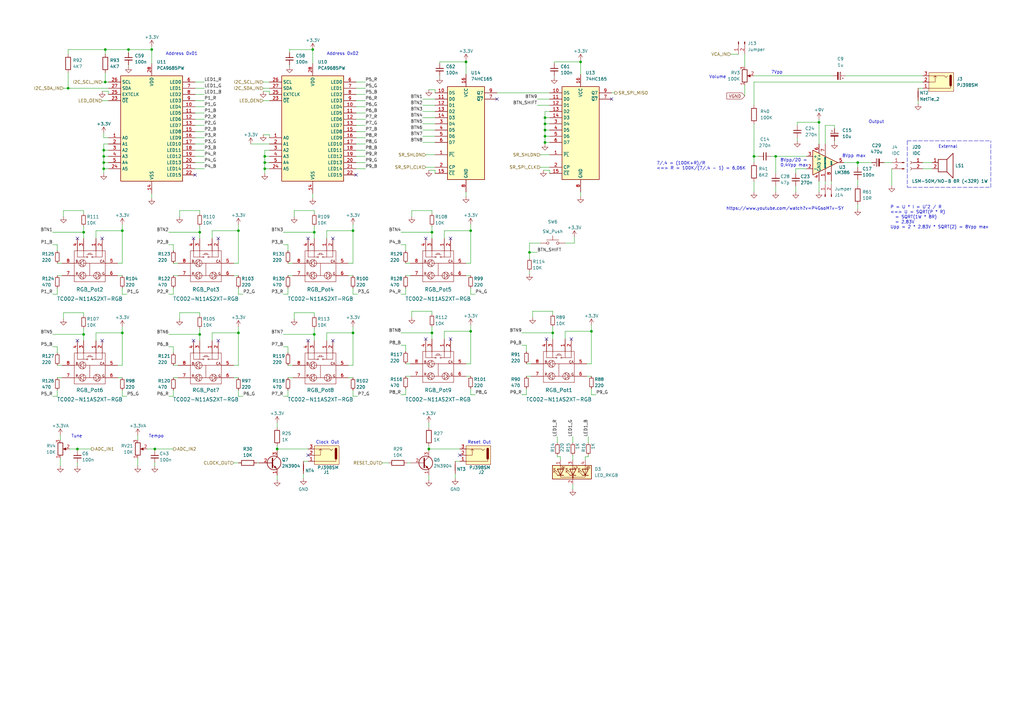
<source format=kicad_sch>
(kicad_sch (version 20211123) (generator eeschema)
  (paper "A3")
  (title_block (title "LivSynth - IO") (date "2022-07-18") (rev "${Version}") (company "SloBlo Labs"))
  (junction (at 144.78 94.615))
  (junction (at 108.585 66.675))
  (junction (at 42.545 64.135))
  (junction (at 62.23 20.32))
  (junction (at 52.705 20.32))
  (junction (at 34.29 95.25))
  (junction (at 42.545 66.675))
  (junction (at 97.79 94.615))
  (junction (at 175.895 184.15))
  (junction (at 42.545 69.215))
  (junction (at 128.27 20.32))
  (junction (at 128.905 137.16))
  (junction (at 223.52 58.42))
  (junction (at 242.57 135.89))
  (junction (at 351.79 66.675))
  (junction (at 97.79 136.525))
  (junction (at 238.125 25.4))
  (junction (at 335.915 50.165))
  (junction (at 81.915 137.16))
  (junction (at 27.94 36.195))
  (junction (at 177.165 136.525))
  (junction (at 226.695 136.525))
  (junction (at 31.75 184.15))
  (junction (at 108.585 64.135))
  (junction (at 193.04 94.615))
  (junction (at 223.52 50.8))
  (junction (at 81.915 95.25))
  (junction (at 318.135 64.135))
  (junction (at 43.18 33.655))
  (junction (at 113.665 184.15))
  (junction (at 191.135 25.4))
  (junction (at 144.78 136.525))
  (junction (at 50.165 136.525))
  (junction (at 177.165 95.25))
  (junction (at 42.545 61.595))
  (junction (at 50.165 94.615))
  (junction (at 128.905 95.25))
  (junction (at 43.18 20.32))
  (junction (at 193.04 135.89))
  (junction (at 63.5 184.15))
  (junction (at 217.17 103.505))
  (junction (at 309.245 64.135))
  (junction (at 223.52 48.26))
  (junction (at 34.29 137.16))
  (junction (at 108.585 69.215))
  (junction (at 223.52 53.34))
  (junction (at 223.52 55.88))
  (no_connect (at 234.315 139.065))
  (no_connect (at 224.155 139.065))
  (no_connect (at 79.375 97.79))
  (no_connect (at 203.835 40.64))
  (no_connect (at 80.01 71.755))
  (no_connect (at 31.75 97.79))
  (no_connect (at 41.91 97.79))
  (no_connect (at 126.365 139.7))
  (no_connect (at 188.595 186.69))
  (no_connect (at 89.535 97.79))
  (no_connect (at 184.785 97.79))
  (no_connect (at 250.825 40.64))
  (no_connect (at 31.75 139.7))
  (no_connect (at 136.525 139.7))
  (no_connect (at 184.785 139.065))
  (no_connect (at 41.91 139.7))
  (no_connect (at 146.05 71.755))
  (no_connect (at 126.365 186.69))
  (no_connect (at 126.365 97.79))
  (no_connect (at 136.525 97.79))
  (no_connect (at 79.375 139.7))
  (no_connect (at 89.535 139.7))
  (no_connect (at 174.625 97.79))
  (no_connect (at 174.625 139.065))
  (wire (pts (xy 173.355 55.88) (xy 178.435 55.88)))
  (wire (pts (xy 144.78 136.525) (xy 144.78 133.985)))
  (wire (pts (xy 309.245 64.135) (xy 311.15 64.135)))
  (wire (pts (xy 39.37 94.615) (xy 50.165 94.615)))
  (wire (pts (xy 34.29 128.27) (xy 34.29 129.54)))
  (wire (pts (xy 335.915 48.895) (xy 335.915 50.165)))
  (wire (pts (xy 221.615 63.5) (xy 225.425 63.5)))
  (wire (pts (xy 43.18 29.845) (xy 43.18 33.655)))
  (wire (pts (xy 240.665 149.225) (xy 242.57 149.225)))
  (wire (pts (xy 99.695 120.65) (xy 97.79 120.65)))
  (wire (pts (xy 175.895 194.945) (xy 175.895 196.85)))
  (wire (pts (xy 34.29 86.36) (xy 34.29 87.63)))
  (wire (pts (xy 203.835 38.1) (xy 225.425 38.1)))
  (wire (pts (xy 69.215 120.65) (xy 71.12 120.65)))
  (wire (pts (xy 69.215 100.33) (xy 71.12 100.33)))
  (wire (pts (xy 142.875 107.95) (xy 144.78 107.95)))
  (wire (pts (xy 80.01 51.435) (xy 83.82 51.435)))
  (wire (pts (xy 182.245 135.89) (xy 182.245 139.065)))
  (wire (pts (xy 242.57 161.925) (xy 242.57 159.385)))
  (wire (pts (xy 128.905 95.25) (xy 128.905 97.79)))
  (wire (pts (xy 42.545 69.215) (xy 44.45 69.215)))
  (wire (pts (xy 146.05 48.895) (xy 149.86 48.895)))
  (wire (pts (xy 220.345 43.18) (xy 225.425 43.18)))
  (wire (pts (xy 191.135 78.74) (xy 191.135 80.645)))
  (wire (pts (xy 305.435 22.225) (xy 305.435 27.305)))
  (wire (pts (xy 166.37 161.925) (xy 166.37 159.385)))
  (wire (pts (xy 193.04 94.615) (xy 193.04 107.95)))
  (wire (pts (xy 95.885 107.95) (xy 97.79 107.95)))
  (wire (pts (xy 21.59 95.25) (xy 34.29 95.25)))
  (wire (pts (xy 56.515 178.435) (xy 56.515 180.34)))
  (wire (pts (xy 318.135 64.135) (xy 318.135 71.12)))
  (wire (pts (xy 146.05 51.435) (xy 149.86 51.435)))
  (wire (pts (xy 191.135 154.305) (xy 193.04 154.305)))
  (wire (pts (xy 42.545 66.675) (xy 42.545 64.135)))
  (wire (pts (xy 241.3 187.325) (xy 241.3 186.69)))
  (wire (pts (xy 113.665 182.88) (xy 113.665 184.15)))
  (wire (pts (xy 250.825 38.1) (xy 252.095 38.1)))
  (wire (pts (xy 299.72 22.225) (xy 302.895 22.225)))
  (wire (pts (xy 81.915 95.25) (xy 81.915 97.79)))
  (wire (pts (xy 166.37 120.65) (xy 166.37 118.11)))
  (wire (pts (xy 217.17 103.505) (xy 220.345 103.505)))
  (wire (pts (xy 215.9 141.605) (xy 215.9 144.145)))
  (wire (pts (xy 327.025 51.435) (xy 327.025 50.165)))
  (wire (pts (xy 241.3 179.07) (xy 241.3 181.61)))
  (wire (pts (xy 142.875 113.03) (xy 144.78 113.03)))
  (wire (pts (xy 133.985 94.615) (xy 144.78 94.615)))
  (wire (pts (xy 175.895 184.15) (xy 175.895 184.785)))
  (wire (pts (xy 326.39 76.2) (xy 326.39 78.74)))
  (wire (pts (xy 378.46 69.215) (xy 382.27 69.215)))
  (wire (pts (xy 342.265 51.435) (xy 342.265 52.705)))
  (wire (pts (xy 52.705 26.67) (xy 52.705 27.305)))
  (wire (pts (xy 318.135 76.2) (xy 318.135 78.74)))
  (wire (pts (xy 164.465 120.65) (xy 166.37 120.65)))
  (wire (pts (xy 238.125 78.74) (xy 238.125 80.645)))
  (wire (pts (xy 217.17 111.125) (xy 217.17 112.395)))
  (wire (pts (xy 23.495 162.56) (xy 23.495 160.02)))
  (wire (pts (xy 194.945 161.925) (xy 193.04 161.925)))
  (wire (pts (xy 128.905 128.27) (xy 128.905 129.54)))
  (wire (pts (xy 31.75 184.15) (xy 31.75 184.785)))
  (wire (pts (xy 234.95 186.69) (xy 234.95 188.595)))
  (wire (pts (xy 193.04 120.65) (xy 193.04 118.11)))
  (wire (pts (xy 24.765 178.435) (xy 24.765 180.34)))
  (wire (pts (xy 26.035 36.195) (xy 27.94 36.195)))
  (wire (pts (xy 50.165 136.525) (xy 50.165 133.985)))
  (wire (pts (xy 69.215 95.25) (xy 81.915 95.25)))
  (wire (pts (xy 177.165 86.36) (xy 177.165 87.63)))
  (wire (pts (xy 95.885 154.94) (xy 97.79 154.94)))
  (wire (pts (xy 166.37 154.305) (xy 168.275 154.305)))
  (wire (pts (xy 113.665 184.15) (xy 113.665 184.785)))
  (wire (pts (xy 97.79 136.525) (xy 97.79 149.86)))
  (wire (pts (xy 102.87 59.055) (xy 110.49 59.055)))
  (wire (pts (xy 305.435 34.925) (xy 305.435 39.37)))
  (wire (pts (xy 80.01 66.675) (xy 83.82 66.675)))
  (wire (pts (xy 156.845 189.865) (xy 159.385 189.865)))
  (wire (pts (xy 116.205 95.25) (xy 128.905 95.25)))
  (wire (pts (xy 191.135 107.95) (xy 193.04 107.95)))
  (polyline (pts (xy 372.11 57.785) (xy 406.4 57.785)))
  (wire (pts (xy 226.695 136.525) (xy 226.695 139.065)))
  (wire (pts (xy 26.035 88.9) (xy 26.035 86.36)))
  (wire (pts (xy 335.915 50.165) (xy 335.915 59.055)))
  (wire (pts (xy 80.01 69.215) (xy 83.82 69.215)))
  (wire (pts (xy 73.66 128.27) (xy 81.915 128.27)))
  (wire (pts (xy 142.875 154.94) (xy 144.78 154.94)))
  (wire (pts (xy 164.465 95.25) (xy 177.165 95.25)))
  (wire (pts (xy 80.01 43.815) (xy 83.82 43.815)))
  (wire (pts (xy 223.52 50.8) (xy 223.52 48.26)))
  (wire (pts (xy 240.665 154.305) (xy 242.57 154.305)))
  (wire (pts (xy 80.01 59.055) (xy 83.82 59.055)))
  (wire (pts (xy 23.495 149.86) (xy 25.4 149.86)))
  (wire (pts (xy 39.37 136.525) (xy 39.37 139.7)))
  (wire (pts (xy 168.91 86.36) (xy 177.165 86.36)))
  (wire (pts (xy 128.27 79.375) (xy 128.27 81.28)))
  (wire (pts (xy 23.495 107.95) (xy 25.4 107.95)))
  (wire (pts (xy 177.165 127.635) (xy 177.165 128.905)))
  (wire (pts (xy 146.685 120.65) (xy 144.78 120.65)))
  (wire (pts (xy 128.905 134.62) (xy 128.905 137.16)))
  (wire (pts (xy 223.52 48.26) (xy 223.52 45.72)))
  (wire (pts (xy 42.545 64.135) (xy 44.45 64.135)))
  (wire (pts (xy 213.995 161.925) (xy 215.9 161.925)))
  (wire (pts (xy 327.025 50.165) (xy 335.915 50.165)))
  (wire (pts (xy 144.78 120.65) (xy 144.78 118.11)))
  (wire (pts (xy 174.625 63.5) (xy 178.435 63.5)))
  (wire (pts (xy 118.11 107.95) (xy 120.015 107.95)))
  (wire (pts (xy 120.65 88.9) (xy 120.65 86.36)))
  (wire (pts (xy 62.23 19.05) (xy 62.23 20.32)))
  (wire (pts (xy 351.79 66.675) (xy 357.505 66.675)))
  (wire (pts (xy 128.27 20.32) (xy 128.27 26.035)))
  (wire (pts (xy 113.665 173.355) (xy 113.665 175.26)))
  (wire (pts (xy 86.995 94.615) (xy 86.995 97.79)))
  (wire (pts (xy 166.37 100.33) (xy 166.37 102.87)))
  (wire (pts (xy 27.94 29.845) (xy 27.94 36.195)))
  (wire (pts (xy 173.355 45.72) (xy 178.435 45.72)))
  (wire (pts (xy 193.04 135.89) (xy 193.04 133.35)))
  (wire (pts (xy 124.46 189.23) (xy 126.365 189.23)))
  (wire (pts (xy 120.65 130.81) (xy 120.65 128.27)))
  (wire (pts (xy 34.29 95.25) (xy 34.29 97.79)))
  (wire (pts (xy 180.34 25.4) (xy 191.135 25.4)))
  (wire (pts (xy 63.5 189.865) (xy 63.5 191.135)))
  (wire (pts (xy 240.03 187.325) (xy 241.3 187.325)))
  (wire (pts (xy 60.325 184.15) (xy 63.5 184.15)))
  (wire (pts (xy 27.94 20.32) (xy 43.18 20.32)))
  (wire (pts (xy 108.585 61.595) (xy 110.49 61.595)))
  (wire (pts (xy 175.895 36.83) (xy 178.435 36.83)))
  (wire (pts (xy 191.135 149.225) (xy 193.04 149.225)))
  (wire (pts (xy 146.05 61.595) (xy 149.86 61.595)))
  (wire (pts (xy 107.95 41.275) (xy 110.49 41.275)))
  (wire (pts (xy 231.775 135.89) (xy 231.775 139.065)))
  (wire (pts (xy 97.79 94.615) (xy 97.79 107.95)))
  (wire (pts (xy 177.165 136.525) (xy 177.165 139.065)))
  (wire (pts (xy 223.52 53.34) (xy 225.425 53.34)))
  (wire (pts (xy 193.04 92.075) (xy 193.04 94.615)))
  (wire (pts (xy 23.495 113.03) (xy 25.4 113.03)))
  (wire (pts (xy 223.52 48.26) (xy 225.425 48.26)))
  (wire (pts (xy 86.995 94.615) (xy 97.79 94.615)))
  (wire (pts (xy 222.885 69.85) (xy 225.425 69.85)))
  (wire (pts (xy 146.05 56.515) (xy 149.86 56.515)))
  (wire (pts (xy 215.9 149.225) (xy 217.805 149.225)))
  (wire (pts (xy 167.005 189.865) (xy 168.275 189.865)))
  (wire (pts (xy 50.165 162.56) (xy 50.165 160.02)))
  (wire (pts (xy 168.91 88.9) (xy 168.91 86.36)))
  (wire (pts (xy 52.705 20.32) (xy 52.705 21.59)))
  (wire (pts (xy 81.915 92.71) (xy 81.915 95.25)))
  (wire (pts (xy 34.29 134.62) (xy 34.29 137.16)))
  (wire (pts (xy 231.775 135.89) (xy 242.57 135.89)))
  (wire (pts (xy 223.52 50.8) (xy 225.425 50.8)))
  (wire (pts (xy 144.78 162.56) (xy 144.78 160.02)))
  (wire (pts (xy 173.355 48.26) (xy 178.435 48.26)))
  (wire (pts (xy 73.66 86.36) (xy 81.915 86.36)))
  (wire (pts (xy 21.59 162.56) (xy 23.495 162.56)))
  (wire (pts (xy 229.87 187.325) (xy 228.6 187.325)))
  (wire (pts (xy 238.125 25.4) (xy 238.125 30.48)))
  (wire (pts (xy 142.875 149.86) (xy 144.78 149.86)))
  (wire (pts (xy 118.745 26.67) (xy 118.745 27.305)))
  (wire (pts (xy 86.995 136.525) (xy 97.79 136.525)))
  (wire (pts (xy 71.12 162.56) (xy 71.12 160.02)))
  (wire (pts (xy 234.95 198.755) (xy 234.95 200.66)))
  (wire (pts (xy 193.04 161.925) (xy 193.04 159.385)))
  (wire (pts (xy 213.995 141.605) (xy 215.9 141.605)))
  (wire (pts (xy 42.545 59.055) (xy 44.45 59.055)))
  (wire (pts (xy 44.45 37.465) (xy 44.45 38.735)))
  (wire (pts (xy 56.515 187.96) (xy 56.515 191.135)))
  (wire (pts (xy 223.52 58.42) (xy 223.52 55.88)))
  (wire (pts (xy 107.95 36.195) (xy 110.49 36.195)))
  (wire (pts (xy 21.59 100.33) (xy 23.495 100.33)))
  (wire (pts (xy 116.205 162.56) (xy 118.11 162.56)))
  (wire (pts (xy 50.165 136.525) (xy 50.165 149.86)))
  (wire (pts (xy 338.455 51.435) (xy 342.265 51.435)))
  (wire (pts (xy 173.355 40.64) (xy 178.435 40.64)))
  (wire (pts (xy 166.37 141.605) (xy 166.37 144.145)))
  (wire (pts (xy 309.245 33.655) (xy 378.46 33.655)))
  (wire (pts (xy 113.665 184.15) (xy 126.365 184.15)))
  (wire (pts (xy 62.23 20.32) (xy 62.23 26.035)))
  (wire (pts (xy 228.6 179.07) (xy 228.6 181.61)))
  (wire (pts (xy 178.435 69.85) (xy 178.435 71.12)))
  (wire (pts (xy 231.775 99.695) (xy 235.585 99.695)))
  (wire (pts (xy 110.49 55.245) (xy 110.49 56.515)))
  (wire (pts (xy 69.215 137.16) (xy 81.915 137.16)))
  (wire (pts (xy 318.135 64.135) (xy 330.835 64.135)))
  (wire (pts (xy 164.465 141.605) (xy 166.37 141.605)))
  (wire (pts (xy 118.745 20.32) (xy 128.27 20.32)))
  (wire (pts (xy 69.215 142.24) (xy 71.12 142.24)))
  (wire (pts (xy 335.915 74.295) (xy 335.915 78.74)))
  (wire (pts (xy 50.165 107.95) (xy 50.165 94.615)))
  (wire (pts (xy 23.495 154.94) (xy 25.4 154.94)))
  (wire (pts (xy 146.05 59.055) (xy 149.86 59.055)))
  (wire (pts (xy 326.39 69.215) (xy 330.835 69.215)))
  (wire (pts (xy 97.79 136.525) (xy 97.79 133.985)))
  (wire (pts (xy 43.18 20.32) (xy 43.18 22.225)))
  (wire (pts (xy 217.17 99.695) (xy 217.17 103.505)))
  (wire (pts (xy 80.01 64.135) (xy 83.82 64.135)))
  (wire (pts (xy 118.11 100.33) (xy 118.11 102.87)))
  (wire (pts (xy 80.01 41.275) (xy 83.82 41.275)))
  (wire (pts (xy 108.585 64.135) (xy 110.49 64.135)))
  (wire (pts (xy 340.995 74.295) (xy 340.995 75.565)))
  (wire (pts (xy 146.05 43.815) (xy 149.86 43.815)))
  (wire (pts (xy 186.69 194.31) (xy 186.69 196.215)))
  (wire (pts (xy 164.465 161.925) (xy 166.37 161.925)))
  (wire (pts (xy 80.01 38.735) (xy 83.82 38.735)))
  (wire (pts (xy 229.87 188.595) (xy 229.87 187.325)))
  (wire (pts (xy 23.495 120.65) (xy 23.495 118.11)))
  (wire (pts (xy 80.01 61.595) (xy 83.82 61.595)))
  (wire (pts (xy 133.985 94.615) (xy 133.985 97.79)))
  (wire (pts (xy 42.545 66.675) (xy 44.45 66.675)))
  (wire (pts (xy 173.355 50.8) (xy 178.435 50.8)))
  (wire (pts (xy 105.41 189.865) (xy 106.045 189.865)))
  (wire (pts (xy 69.215 162.56) (xy 71.12 162.56)))
  (wire (pts (xy 166.37 113.03) (xy 168.275 113.03)))
  (wire (pts (xy 42.545 64.135) (xy 42.545 61.595)))
  (wire (pts (xy 63.5 184.15) (xy 63.5 184.785)))
  (wire (pts (xy 146.05 69.215) (xy 149.86 69.215)))
  (wire (pts (xy 116.205 142.24) (xy 118.11 142.24)))
  (wire (pts (xy 108.585 64.135) (xy 108.585 61.595)))
  (wire (pts (xy 41.91 33.655) (xy 43.18 33.655)))
  (wire (pts (xy 116.205 100.33) (xy 118.11 100.33)))
  (wire (pts (xy 42.545 61.595) (xy 44.45 61.595)))
  (wire (pts (xy 118.745 20.32) (xy 118.745 21.59)))
  (wire (pts (xy 133.985 136.525) (xy 133.985 139.7)))
  (wire (pts (xy 234.95 179.07) (xy 234.95 181.61)))
  (wire (pts (xy 223.52 55.88) (xy 225.425 55.88)))
  (wire (pts (xy 164.465 100.33) (xy 166.37 100.33)))
  (wire (pts (xy 62.23 79.375) (xy 62.23 81.28)))
  (wire (pts (xy 217.17 106.045) (xy 217.17 103.505)))
  (wire (pts (xy 120.65 86.36) (xy 128.905 86.36)))
  (wire (pts (xy 43.18 33.655) (xy 44.45 33.655)))
  (wire (pts (xy 182.245 135.89) (xy 193.04 135.89)))
  (wire (pts (xy 175.895 173.355) (xy 175.895 175.26)))
  (polyline (pts (xy 372.11 76.835) (xy 406.4 76.835)))
  (wire (pts (xy 128.905 86.36) (xy 128.905 87.63)))
  (wire (pts (xy 26.035 128.27) (xy 34.29 128.27)))
  (wire (pts (xy 180.34 31.115) (xy 180.34 31.75)))
  (wire (pts (xy 23.495 142.24) (xy 23.495 144.78)))
  (wire (pts (xy 226.695 127.635) (xy 226.695 128.905)))
  (wire (pts (xy 50.165 94.615) (xy 50.165 92.075)))
  (wire (pts (xy 118.11 142.24) (xy 118.11 144.78)))
  (wire (pts (xy 52.07 162.56) (xy 50.165 162.56)))
  (wire (pts (xy 128.905 92.71) (xy 128.905 95.25)))
  (wire (pts (xy 28.575 184.15) (xy 31.75 184.15)))
  (wire (pts (xy 116.205 137.16) (xy 128.905 137.16)))
  (wire (pts (xy 108.585 66.675) (xy 108.585 64.135)))
  (wire (pts (xy 191.135 25.4) (xy 191.135 30.48)))
  (wire (pts (xy 309.245 50.8) (xy 309.245 64.135)))
  (wire (pts (xy 223.52 55.88) (xy 223.52 53.34)))
  (wire (pts (xy 97.79 120.65) (xy 97.79 118.11)))
  (wire (pts (xy 175.895 182.88) (xy 175.895 184.15)))
  (wire (pts (xy 97.79 162.56) (xy 97.79 160.02)))
  (wire (pts (xy 178.435 36.83) (xy 178.435 38.1)))
  (wire (pts (xy 175.895 69.85) (xy 178.435 69.85)))
  (wire (pts (xy 173.355 43.18) (xy 178.435 43.18)))
  (wire (pts (xy 217.17 99.695) (xy 221.615 99.695)))
  (wire (pts (xy 365.76 76.2) (xy 365.76 69.215)))
  (wire (pts (xy 326.39 71.12) (xy 326.39 69.215)))
  (wire (pts (xy 144.78 136.525) (xy 144.78 149.86)))
  (wire (pts (xy 218.44 130.175) (xy 218.44 127.635)))
  (wire (pts (xy 26.035 86.36) (xy 34.29 86.36)))
  (wire (pts (xy 95.885 113.03) (xy 97.79 113.03)))
  (wire (pts (xy 80.01 48.895) (xy 83.82 48.895)))
  (wire (pts (xy 71.12 100.33) (xy 71.12 102.87)))
  (wire (pts (xy 108.585 66.675) (xy 110.49 66.675)))
  (wire (pts (xy 174.625 68.58) (xy 178.435 68.58)))
  (wire (pts (xy 71.12 113.03) (xy 73.025 113.03)))
  (wire (pts (xy 71.12 149.86) (xy 73.025 149.86)))
  (wire (pts (xy 108.585 71.12) (xy 108.585 69.215)))
  (wire (pts (xy 223.52 53.34) (xy 223.52 50.8)))
  (wire (pts (xy 227.33 26.035) (xy 227.33 25.4)))
  (wire (pts (xy 309.245 33.655) (xy 309.245 43.18)))
  (wire (pts (xy 80.01 46.355) (xy 83.82 46.355)))
  (wire (pts (xy 191.135 24.765) (xy 191.135 25.4)))
  (wire (pts (xy 80.01 36.195) (xy 83.82 36.195)))
  (wire (pts (xy 27.94 22.225) (xy 27.94 20.32)))
  (wire (pts (xy 164.465 136.525) (xy 177.165 136.525)))
  (wire (pts (xy 80.01 56.515) (xy 83.82 56.515)))
  (wire (pts (xy 327.025 56.515) (xy 327.025 57.785)))
  (wire (pts (xy 182.245 94.615) (xy 193.04 94.615)))
  (wire (pts (xy 220.345 40.64) (xy 225.425 40.64)))
  (wire (pts (xy 21.59 137.16) (xy 34.29 137.16)))
  (wire (pts (xy 215.9 154.305) (xy 217.805 154.305)))
  (wire (pts (xy 235.585 97.155) (xy 235.585 99.695)))
  (wire (pts (xy 215.9 161.925) (xy 215.9 159.385)))
  (wire (pts (xy 43.18 20.32) (xy 52.705 20.32)))
  (wire (pts (xy 309.245 64.135) (xy 309.245 66.675)))
  (wire (pts (xy 146.05 33.655) (xy 149.86 33.655)))
  (wire (pts (xy 146.05 36.195) (xy 149.86 36.195)))
  (wire (pts (xy 338.455 74.295) (xy 338.455 75.565)))
  (wire (pts (xy 309.245 74.295) (xy 309.245 78.74)))
  (wire (pts (xy 168.91 130.175) (xy 168.91 127.635)))
  (wire (pts (xy 228.6 187.325) (xy 228.6 186.69)))
  (wire (pts (xy 42.545 71.12) (xy 42.545 69.215)))
  (wire (pts (xy 144.78 94.615) (xy 144.78 92.075)))
  (wire (pts (xy 27.94 36.195) (xy 44.45 36.195)))
  (wire (pts (xy 97.79 94.615) (xy 97.79 92.075)))
  (wire (pts (xy 180.34 26.035) (xy 180.34 25.4)))
  (wire (pts (xy 146.05 41.275) (xy 149.86 41.275)))
  (wire (pts (xy 177.165 95.25) (xy 177.165 97.79)))
  (wire (pts (xy 118.11 120.65) (xy 118.11 118.11)))
  (wire (pts (xy 39.37 94.615) (xy 39.37 97.79)))
  (wire (pts (xy 23.495 100.33) (xy 23.495 102.87)))
  (wire (pts (xy 116.205 120.65) (xy 118.11 120.65)))
  (wire (pts (xy 242.57 135.89) (xy 242.57 149.225)))
  (wire (pts (xy 194.945 120.65) (xy 193.04 120.65)))
  (wire (pts (xy 351.79 83.82) (xy 351.79 85.725)))
  (wire (pts (xy 21.59 120.65) (xy 23.495 120.65)))
  (wire (pts (xy 63.5 184.15) (xy 71.12 184.15)))
  (wire (pts (xy 124.46 194.31) (xy 124.46 196.215)))
  (wire (pts (xy 173.355 53.34) (xy 178.435 53.34)))
  (wire (pts (xy 362.585 66.675) (xy 365.76 66.675)))
  (wire (pts (xy 342.265 57.785) (xy 342.265 58.42)))
  (wire (pts (xy 108.585 69.215) (xy 108.585 66.675)))
  (wire (pts (xy 107.95 37.465) (xy 110.49 37.465)))
  (wire (pts (xy 193.04 135.89) (xy 193.04 149.225)))
  (wire (pts (xy 80.01 33.655) (xy 83.82 33.655)))
  (wire (pts (xy 110.49 37.465) (xy 110.49 38.735)))
  (wire (pts (xy 26.035 130.81) (xy 26.035 128.27)))
  (wire (pts (xy 146.685 162.56) (xy 144.78 162.56)))
  (wire (pts (xy 351.79 73.66) (xy 351.79 76.2)))
  (wire (pts (xy 221.615 68.58) (xy 225.425 68.58)))
  (wire (pts (xy 351.79 66.675) (xy 351.79 68.58)))
  (wire (pts (xy 42.545 61.595) (xy 42.545 59.055)))
  (wire (pts (xy 346.71 31.115) (xy 378.46 31.115)))
  (wire (pts (xy 31.75 189.865) (xy 31.75 191.135)))
  (wire (pts (xy 73.66 88.9) (xy 73.66 86.36)))
  (wire (pts (xy 346.075 66.675) (xy 351.79 66.675)))
  (wire (pts (xy 71.12 142.24) (xy 71.12 144.78)))
  (wire (pts (xy 191.135 113.03) (xy 193.04 113.03)))
  (wire (pts (xy 118.11 154.94) (xy 120.015 154.94)))
  (wire (pts (xy 168.91 127.635) (xy 177.165 127.635)))
  (polyline (pts (xy 406.4 76.835) (xy 406.4 57.785)))
  (wire (pts (xy 133.985 136.525) (xy 144.78 136.525)))
  (wire (pts (xy 34.29 92.71) (xy 34.29 95.25)))
  (wire (pts (xy 316.23 64.135) (xy 318.135 64.135)))
  (wire (pts (xy 99.695 162.56) (xy 97.79 162.56)))
  (wire (pts (xy 41.91 41.275) (xy 44.45 41.275)))
  (wire (pts (xy 31.75 184.15) (xy 37.465 184.15)))
  (polyline (pts (xy 372.11 57.785) (xy 372.11 76.835)))
  (wire (pts (xy 146.05 46.355) (xy 149.86 46.355)))
  (wire (pts (xy 52.07 120.65) (xy 50.165 120.65)))
  (wire (pts (xy 107.95 55.245) (xy 110.49 55.245)))
  (wire (pts (xy 182.245 94.615) (xy 182.245 97.79)))
  (wire (pts (xy 177.165 92.71) (xy 177.165 95.25)))
  (wire (pts (xy 227.33 25.4) (xy 238.125 25.4)))
  (wire (pts (xy 50.165 120.65) (xy 50.165 118.11)))
  (wire (pts (xy 108.585 69.215) (xy 110.49 69.215)))
  (wire (pts (xy 223.52 59.055) (xy 223.52 58.42)))
  (wire (pts (xy 146.05 53.975) (xy 149.86 53.975)))
  (wire (pts (xy 48.26 149.86) (xy 50.165 149.86)))
  (wire (pts (xy 376.555 36.195) (xy 378.46 36.195)))
  (wire (pts (xy 48.26 113.03) (xy 50.165 113.03)))
  (wire (pts (xy 113.665 194.945) (xy 113.665 196.85)))
  (wire (pts (xy 86.995 136.525) (xy 86.995 139.7)))
  (wire (pts (xy 95.885 189.865) (xy 97.79 189.865)))
  (wire (pts (xy 166.37 107.95) (xy 168.275 107.95)))
  (wire (pts (xy 71.12 154.94) (xy 73.025 154.94)))
  (wire (pts (xy 48.26 154.94) (xy 50.165 154.94)))
  (wire (pts (xy 225.425 69.85) (xy 225.425 71.12)))
  (wire (pts (xy 226.695 133.985) (xy 226.695 136.525)))
  (wire (pts (xy 146.05 66.675) (xy 149.86 66.675)))
  (wire (pts (xy 309.245 31.115) (xy 341.63 31.115)))
  (wire (pts (xy 34.29 137.16) (xy 34.29 139.7)))
  (wire (pts (xy 48.26 107.95) (xy 50.165 107.95)))
  (wire (pts (xy 175.895 184.15) (xy 188.595 184.15)))
  (wire (pts (xy 42.545 69.215) (xy 42.545 66.675)))
  (wire (pts (xy 81.915 137.16) (xy 81.915 139.7)))
  (wire (pts (xy 173.355 58.42) (xy 178.435 58.42)))
  (wire (pts (xy 186.69 189.23) (xy 188.595 189.23)))
  (wire (pts (xy 242.57 135.89) (xy 242.57 133.35)))
  (wire (pts (xy 223.52 45.72) (xy 225.425 45.72)))
  (wire (pts (xy 41.91 37.465) (xy 44.45 37.465)))
  (wire (pts (xy 80.01 53.975) (xy 83.82 53.975)))
  (wire (pts (xy 95.885 149.86) (xy 97.79 149.86)))
  (wire (pts (xy 146.05 64.135) (xy 149.86 64.135)))
  (wire (pts (xy 213.995 136.525) (xy 226.695 136.525)))
  (wire (pts (xy 378.46 66.675) (xy 382.27 66.675)))
  (wire (pts (xy 244.475 161.925) (xy 242.57 161.925)))
  (wire (pts (xy 120.65 128.27) (xy 128.905 128.27)))
  (wire (pts (xy 240.03 188.595) (xy 240.03 187.325)))
  (wire (pts (xy 24.765 187.96) (xy 24.765 191.135)))
  (wire (pts (xy 118.11 162.56) (xy 118.11 160.02)))
  (wire (pts (xy 71.12 120.65) (xy 71.12 118.11)))
  (wire (pts (xy 223.52 58.42) (xy 225.425 58.42)))
  (wire (pts (xy 81.915 134.62) (xy 81.915 137.16)))
  (wire (pts (xy 107.95 33.655) (xy 110.49 33.655)))
  (wire (pts (xy 81.915 86.36) (xy 81.915 87.63)))
  (wire (pts (xy 227.33 31.115) (xy 227.33 31.75)))
  (wire (pts (xy 118.11 149.86) (xy 120.015 149.86)))
  (wire (pts (xy 81.915 128.27) (xy 81.915 129.54)))
  (wire (pts (xy 73.66 130.81) (xy 73.66 128.27)))
  (wire (pts (xy 39.37 136.525) (xy 50.165 136.525)))
  (wire (pts (xy 71.12 107.95) (xy 73.025 107.95)))
  (wire (pts (xy 42.545 56.515) (xy 42.545 54.61)))
  (wire (pts (xy 376.555 41.275) (xy 376.555 42.545)))
  (wire (pts (xy 166.37 149.225) (xy 168.275 149.225)))
  (wire (pts (xy 338.455 59.055) (xy 338.455 51.435)))
  (wire (pts (xy 238.125 24.765) (xy 238.125 25.4)))
  (wire (pts (xy 52.705 20.32) (xy 62.23 20.32)))
  (wire (pts (xy 21.59 142.24) (xy 23.495 142.24)))
  (wire (pts (xy 218.44 127.635) (xy 226.695 127.635)))
  (wire (pts (xy 128.905 137.16) (xy 128.905 139.7)))
  (wire (pts (xy 44.45 56.515) (xy 42.545 56.515)))
  (wire (pts (xy 144.78 94.615) (xy 144.78 107.95)))
  (wire (pts (xy 177.165 133.985) (xy 177.165 136.525)))
  (wire (pts (xy 118.11 113.03) (xy 120.015 113.03)))
  (wire (pts (xy 146.05 38.735) (xy 149.86 38.735)))
  (text "Address 0x01" (at 67.945 22.86 0) (effects (font (size 1.27 1.27)) (justify left bottom)))
  (text "Clock Out" (at 129.54 182.245 0) (effects (font (size 1.27 1.27)) (justify left bottom)))
  (text "8Vpp/20 =\n0,4Vpp max" (at 320.04 68.58 0) (effects (font (size 1.27 1.27)) (justify left bottom)))
  (text "https://www.youtube.com/watch?v=P4GsoMTv-SY" (at 297.815 86.36 0) (effects (font (size 1.27 1.27)) (justify left bottom)))
  (text "Tempo" (at 60.96 179.705 0) (effects (font (size 1.27 1.27)) (justify left bottom)))
  (text "Tune" (at 29.21 179.705 0) (effects (font (size 1.27 1.27)) (justify left bottom)))
  (text "Output" (at 356.235 50.8 0) (effects (font (size 1.27 1.27)) (justify left bottom)))
  (text "7/,4 = (100K+R)/R\n<=> R = 100K/(7/,4 - 1) = 6,06K" (at 269.24 69.85 0) (effects (font (size 1.27 1.27)) (justify left bottom)))
  (text "Address 0x02" (at 133.985 22.86 0) (effects (font (size 1.27 1.27)) (justify left bottom)))
  (text "Volume" (at 290.83 32.385 0) (effects (font (size 1.27 1.27)) (justify left bottom)))
  (text "Reset Out" (at 191.77 182.245 0) (effects (font (size 1.27 1.27)) (justify left bottom)))
  (text "External" (at 384.81 60.96 0) (effects (font (size 1.27 1.27)) (justify left bottom)))
  (text "8Vpp max" (at 345.44 64.77 0) (effects (font (size 1.27 1.27)) (justify left bottom)))
  (text "P = U * I = U^2 / R\n<=> U = SQRT(P * R)\n  = SQRT(1W * 8R)\n  = 2,83V\nUpp = 2 * 2,83V * SQRT(2) = 8Vpp max" (at 365.125 93.98 0) (effects (font (size 1.27 1.27)) (justify left bottom)))
  (text "7Vpp" (at 316.23 30.48 0) (effects (font (size 1.27 1.27)) (justify left bottom)))
  (label "P2_R" (at 69.215 120.65 180))
  (label "P5_G" (at 149.86 36.195 0))
  (label "P3_G" (at 146.685 120.65 0))
  (label "P2_B" (at 69.215 100.33 180))
  (label "BTN4" (at 164.465 95.25 180))
  (label "LED1_B" (at 83.82 38.735 0))
  (label "P5_G" (at 52.07 162.56 0))
  (label "P2_B" (at 83.82 53.975 0))
  (label "P7_G" (at 146.685 162.56 0))
  (label "LED1_R" (at 228.6 179.07 90))
  (label "BTN1" (at 173.355 40.64 180))
  (label "P4_G" (at 194.945 120.65 0))
  (label "P6_B" (at 69.215 142.24 180))
  (label "P1_R" (at 21.59 120.65 180))
  (label "P6_G" (at 149.86 43.815 0))
  (label "P1_G" (at 52.07 120.65 0))
  (label "P4_B" (at 164.465 100.33 180))
  (label "BTN3" (at 116.205 95.25 180))
  (label "P6_R" (at 69.215 162.56 180))
  (label "P8_R" (at 164.465 161.925 180))
  (label "BTN4" (at 173.355 48.26 180))
  (label "P5_R" (at 149.86 33.655 0))
  (label "LED1_G" (at 83.82 36.195 0))
  (label "BTN5" (at 21.59 137.16 180))
  (label "P7_G" (at 149.86 51.435 0))
  (label "P8_R" (at 149.86 56.515 0))
  (label "P7_R" (at 149.86 48.895 0))
  (label "P3_G" (at 83.82 59.055 0))
  (label "BTN7" (at 116.205 137.16 180))
  (label "P7_B" (at 116.205 142.24 180))
  (label "BTN6" (at 69.215 137.16 180))
  (label "BTN2" (at 173.355 43.18 180))
  (label "P1_B" (at 83.82 46.355 0))
  (label "BTN_SHIFT" (at 220.345 103.505 0))
  (label "P5_R" (at 21.59 162.56 180))
  (label "P4_R" (at 83.82 64.135 0))
  (label "P5_B" (at 21.59 142.24 180))
  (label "P5_B" (at 149.86 38.735 0))
  (label "BTN8" (at 164.465 136.525 180))
  (label "P2_G" (at 99.695 120.65 0))
  (label "P9_B" (at 213.995 141.605 180))
  (label "P1_B" (at 21.59 100.33 180))
  (label "LED1_G" (at 234.95 179.07 90))
  (label "LED1_B" (at 241.3 179.07 90))
  (label "P6_R" (at 149.86 41.275 0))
  (label "BTN6" (at 173.355 53.34 180))
  (label "P2_R" (at 83.82 48.895 0))
  (label "P3_B" (at 83.82 61.595 0))
  (label "BTN1" (at 21.59 95.25 180))
  (label "BTN_SHIFT" (at 220.345 43.18 180))
  (label "P3_R" (at 116.205 120.65 180))
  (label "BTN3" (at 173.355 45.72 180))
  (label "P9_R" (at 149.86 64.135 0))
  (label "P3_R" (at 83.82 56.515 0))
  (label "P6_B" (at 149.86 46.355 0))
  (label "BTN5" (at 173.355 50.8 180))
  (label "BTN8" (at 173.355 58.42 180))
  (label "P2_G" (at 83.82 51.435 0))
  (label "P9_R" (at 213.995 161.925 180))
  (label "P9_G" (at 244.475 161.925 0))
  (label "P8_B" (at 149.86 61.595 0))
  (label "BTN9" (at 220.345 40.64 180))
  (label "P1_R" (at 83.82 41.275 0))
  (label "P9_B" (at 149.86 69.215 0))
  (label "P9_G" (at 149.86 66.675 0))
  (label "BTN2" (at 69.215 95.25 180))
  (label "P7_R" (at 116.205 162.56 180))
  (label "P8_G" (at 149.86 59.055 0))
  (label "BTN7" (at 173.355 55.88 180))
  (label "P8_G" (at 194.945 161.925 0))
  (label "BTN9" (at 213.995 136.525 180))
  (label "P4_R" (at 164.465 120.65 180))
  (label "P7_B" (at 149.86 53.975 0))
  (label "P1_G" (at 83.82 43.815 0))
  (label "LED1_R" (at 83.82 33.655 0))
  (label "P8_B" (at 164.465 141.605 180))
  (label "P6_G" (at 99.695 162.56 0))
  (label "P4_G" (at 83.82 66.675 0))
  (label "P3_B" (at 116.205 100.33 180))
  (label "P4_B" (at 83.82 69.215 0))
  (global_label "VGND" (shape input) (at 305.435 39.37 180) (property "Intersheet References" "${INTERSHEET_REFS}" (effects hide)))
  (hierarchical_label "ADC_IN2" (shape output) (at 71.12 184.15 0))
  (hierarchical_label "RESET_OUT" (shape input) (at 156.845 189.865 180))
  (hierarchical_label "LED_OEN" (shape input) (at 107.95 41.275 180))
  (hierarchical_label "SR_SPI_MISO" (shape output) (at 252.095 38.1 0))
  (hierarchical_label "I2C_SCL_IN" (shape input) (at 41.91 33.655 180))
  (hierarchical_label "CLOCK_OUT" (shape input) (at 95.885 189.865 180))
  (hierarchical_label "I2C_SDA_IN" (shape input) (at 107.95 36.195 180))
  (hierarchical_label "VCA_IN" (shape input) (at 299.72 22.225 180))
  (hierarchical_label "I2C_SDA_IN" (shape input) (at 26.035 36.195 180))
  (hierarchical_label "SR_SHLDN" (shape input) (at 174.625 63.5 180))
  (hierarchical_label "ADC_IN1" (shape output) (at 37.465 184.15 0))
  (hierarchical_label "SR_SHLDN" (shape input) (at 221.615 63.5 180))
  (hierarchical_label "LED_OEN" (shape input) (at 41.91 41.275 180))
  (hierarchical_label "SR_SPI_CLK" (shape input) (at 174.625 68.58 180))
  (hierarchical_label "SR_SPI_CLK" (shape input) (at 221.615 68.58 180))
  (hierarchical_label "I2C_SCL_IN" (shape input) (at 107.95 33.655 180))
  (symbol (lib_id "power:GND") (at 56.515 191.135 0) (unit 1)
    (property "Reference" "#PWR0120" (effects hide))
    (property "Value" "GND" (effects hide))
  )
  (symbol (lib_id "power:GND") (at 175.895 36.83 0) (unit 1)
    (property "Reference" "#PWR070" (effects hide))
    (property "Value" "GND" (effects hide))
  )
  (symbol (lib_id "power:GND") (at 175.895 69.85 0) (unit 1)
    (property "Reference" "#PWR080" (effects hide))
    (property "Value" "GND" (effects hide))
  )
  (symbol (lib_id "Device:R") (at 101.6 189.865 90) (unit 1)
    (property "Reference" "R30" (at 101.6 184.15 90))
    (property "Value" "10K" (at 101.6 186.69 90))
    (property "Footprint" "Resistor_THT:R_Axial_DIN0207_L6.3mm_D2.5mm_P7.62mm_Horizontal" (effects hide))
  )
  (symbol (lib_id "Driver_LED:PCA9685PW") (at 62.23 51.435 0) (unit 1)
    (property "Reference" "U11" (at 64.2494 25.4 0) (effects (justify left)))
    (property "Value" "PCA9685PW" (at 64.2494 27.94 0) (effects (justify left)))
    (property "Footprint" "Package_SO:TSSOP-28_4.4x9.7mm_P0.65mm" (effects hide))
    (property "Datasheet" "http://www.nxp.com/documents/data_sheet/PCA9685.pdf" (effects hide))
    (property "LCSC" "C2678753" (effects hide))
  )
  (symbol (lib_id "Device:R_Small") (at 193.04 156.845 0) (unit 1)
    (property "Reference" "R101" (at 194.31 155.575 0) (effects (justify left)))
    (property "Value" "220" (at 194.31 158.115 0) (effects (justify left)))
    (property "Footprint" "Resistor_THT:R_Axial_DIN0207_L6.3mm_D2.5mm_P7.62mm_Horizontal" (effects hide))
  )
  (symbol (lib_id "power:GND") (at 52.705 27.305 0) (unit 1)
    (property "Reference" "#PWR066" (effects hide))
    (property "Value" "GND" (effects hide))
  )
  (symbol (lib_id "Device:R") (at 163.195 189.865 90) (unit 1)
    (property "Reference" "R29" (at 163.195 184.15 90))
    (property "Value" "10K" (at 163.195 186.69 90))
    (property "Footprint" "Resistor_THT:R_Axial_DIN0207_L6.3mm_D2.5mm_P7.62mm_Horizontal" (effects hide))
  )
  (symbol (lib_id "Device:R_Small") (at 215.9 146.685 0) (unit 1)
    (property "Reference" "R91" (at 209.55 145.415 0) (effects (justify left)))
    (property "Value" "220" (at 209.55 147.955 0) (effects (justify left)))
    (property "Footprint" "Resistor_THT:R_Axial_DIN0207_L6.3mm_D2.5mm_P7.62mm_Horizontal" (effects hide))
  )
  (symbol (lib_id "Device:R_Small") (at 241.3 184.15 180) (unit 1)
    (property "Reference" "R16" (at 239.395 181.61 90) (effects (justify left)))
    (property "Value" "1K" (at 243.205 181.61 90) (effects (justify left)))
    (property "Footprint" "Resistor_THT:R_Axial_DIN0207_L6.3mm_D2.5mm_P7.62mm_Horizontal" (effects hide))
  )
  (symbol (lib_id "Device:R") (at 351.79 80.01 0) (unit 1)
    (property "Reference" "R61" (at 353.695 78.7399 0) (effects (justify left)))
    (property "Value" "10R" (at 353.695 81.2799 0) (effects (justify left)))
    (property "Footprint" "Resistor_THT:R_Axial_DIN0207_L6.3mm_D2.5mm_P7.62mm_Horizontal" (effects hide))
  )
  (symbol (lib_id "SloBlo:TC002-N11AS2XT-RGB") (at 131.445 109.22 0) (unit 1)
    (property "Reference" "RGB_Pot4" (at 131.445 118.745 0) (effects (font (size 1.524 1.524))))
    (property "Value" "TC002-N11AS2XT-RGB" (at 131.445 122.555 0) (effects (font (size 1.524 1.524))))
    (property "Footprint" "SloBlo:TC002-N11AS2XT-RGB" (effects hide))
  )
  (symbol (lib_id "Device:R_Small") (at 226.695 131.445 0) (unit 1)
    (property "Reference" "R89" (at 227.965 130.175 0) (effects (justify left)))
    (property "Value" "10K" (at 227.965 132.715 0) (effects (justify left)))
    (property "Footprint" "Resistor_THT:R_Axial_DIN0207_L6.3mm_D2.5mm_P7.62mm_Horizontal" (effects hide))
  )
  (symbol (lib_id "power:GND") (at 128.27 81.28 0) (unit 1)
    (property "Reference" "#PWR092" (effects hide))
    (property "Value" "GND" (effects hide))
  )
  (symbol (lib_id "Device:C_Polarized_Small") (at 344.17 31.115 270) (mirror x) (unit 1)
    (property "Reference" "C9" (at 344.7161 24.13 90))
    (property "Value" "1u" (at 344.7161 26.67 90))
    (property "Footprint" "Capacitor_THT:C_Rect_L7.2mm_W5.5mm_P5.00mm_FKS2_FKP2_MKS2_MKP2" (effects hide))
  )
  (symbol (lib_id "power:GND") (at 326.39 78.74 0) (unit 1)
    (property "Reference" "#PWR087" (effects hide))
    (property "Value" "GND" (effects hide))
  )
  (symbol (lib_id "Device:C_Small") (at 227.33 28.575 0) (unit 1)
    (property "Reference" "C61" (at 229.87 27.305 0) (effects (justify left)))
    (property "Value" "100n" (at 229.87 29.845 0) (effects (justify left)))
    (property "Footprint" "Capacitor_THT:C_Rect_L7.2mm_W2.5mm_P5.00mm_FKS2_FKP2_MKS2_MKP2" (effects hide))
  )
  (symbol (lib_id "Device:C_Small") (at 118.745 24.13 0) (unit 1)
    (property "Reference" "C58" (at 121.285 22.86 0) (effects (justify left)))
    (property "Value" "100n" (at 121.285 25.4 0) (effects (justify left)))
    (property "Footprint" "Capacitor_THT:C_Rect_L7.2mm_W2.5mm_P5.00mm_FKS2_FKP2_MKS2_MKP2" (effects hide))
  )
  (symbol (lib_id "power:+3.3V") (at 144.78 92.075 0) (unit 1)
    (property "Reference" "#PWR0100" (effects hide))
    (property "Value" "+3.3V" (at 144.78 88.265 0))
  )
  (symbol (lib_id "Device:R_Small") (at 118.11 105.41 0) (unit 1)
    (property "Reference" "R131" (at 111.76 104.14 0) (effects (justify left)))
    (property "Value" "220" (at 111.76 106.68 0) (effects (justify left)))
    (property "Footprint" "Resistor_THT:R_Axial_DIN0207_L6.3mm_D2.5mm_P7.62mm_Horizontal" (effects hide))
  )
  (symbol (lib_id "Device:C_Small") (at 326.39 73.66 180) (unit 1)
    (property "Reference" "C23" (at 328.295 72.39 0) (effects (justify right)))
    (property "Value" "270n" (at 328.295 74.93 0) (effects (justify right)))
    (property "Footprint" "Capacitor_THT:C_Rect_L7.2mm_W4.5mm_P5.00mm_FKS2_FKP2_MKS2_MKP2" (effects hide))
  )
  (symbol (lib_id "Device:R") (at 175.895 179.07 0) (unit 1)
    (property "Reference" "R27" (at 177.8 177.7999 0) (effects (justify left)))
    (property "Value" "1K" (at 177.8 180.3399 0) (effects (justify left)))
    (property "Footprint" "Resistor_THT:R_Axial_DIN0207_L6.3mm_D2.5mm_P7.62mm_Horizontal" (effects hide))
  )
  (symbol (lib_id "power:GND") (at 41.91 37.465 0) (unit 1)
    (property "Reference" "#PWR071" (effects hide))
    (property "Value" "GND" (effects hide))
  )
  (symbol (lib_id "power:GND") (at 191.135 80.645 0) (unit 1)
    (property "Reference" "#PWR089" (effects hide))
    (property "Value" "GND" (effects hide))
  )
  (symbol (lib_id "SloBlo:TC002-N11AS2XT-RGB") (at 131.445 151.13 0) (unit 1)
    (property "Reference" "RGB_Pot8" (at 131.445 160.02 0) (effects (font (size 1.524 1.524))))
    (property "Value" "TC002-N11AS2XT-RGB" (at 131.445 163.83 0) (effects (font (size 1.524 1.524))))
    (property "Footprint" "SloBlo:TC002-N11AS2XT-RGB" (effects hide))
  )
  (symbol (lib_id "Device:R_Small") (at 228.6 184.15 180) (unit 1)
    (property "Reference" "R14" (at 226.695 181.61 90) (effects (justify left)))
    (property "Value" "220" (at 230.505 181.61 90) (effects (justify left)))
    (property "Footprint" "Resistor_THT:R_Axial_DIN0207_L6.3mm_D2.5mm_P7.62mm_Horizontal" (effects hide))
  )
  (symbol (lib_id "SloBlo:PJ398SM_(Thonkiconn)") (at 191.135 186.69 180) (unit 1)
    (property "Reference" "J2" (at 196.215 193.675 0) (effects (justify right)))
    (property "Value" "PJ398SM" (at 192.405 191.77 0) (effects (justify right)))
    (property "Footprint" "SloBlo:Thonkiconn_PJ398SM" (effects hide))
    (property "Datasheet" "http://www.qingpu-electronics.com/en/products/WQP-PJ398SM-362.html" (effects hide))
  )
  (symbol (lib_id "power:GND") (at 351.79 85.725 0) (unit 1)
    (property "Reference" "#PWR093" (effects hide))
    (property "Value" "GND" (effects hide))
  )
  (symbol (lib_id "power:GND") (at 335.915 78.74 0) (unit 1)
    (property "Reference" "#PWR088" (effects hide))
    (property "Value" "GND" (effects hide))
  )
  (symbol (lib_id "Transistor_BJT:2N3904") (at 173.355 189.865 0) (unit 1)
    (property "Reference" "Q6" (at 177.8 188.595 0) (effects (justify left)))
    (property "Value" "2N3904" (at 177.8 191.135 0) (effects (justify left)))
    (property "Footprint" "Package_TO_SOT_THT:TO-92_Inline" (effects hide))
    (property "Datasheet" "https://www.onsemi.com/pub/Collateral/2N3903-D.PDF" (effects hide))
  )
  (symbol (lib_id "power:GND") (at 118.745 27.305 0) (unit 1)
    (property "Reference" "#PWR067" (effects hide))
    (property "Value" "GND" (effects hide))
  )
  (symbol (lib_id "Device:R_Small") (at 50.165 115.57 0) (unit 1)
    (property "Reference" "R104" (at 51.435 114.3 0) (effects (justify left)))
    (property "Value" "220" (at 51.435 116.84 0) (effects (justify left)))
    (property "Footprint" "Resistor_THT:R_Axial_DIN0207_L6.3mm_D2.5mm_P7.62mm_Horizontal" (effects hide))
  )
  (symbol (lib_id "Switch:SW_Push") (at 226.695 99.695 0) (unit 1)
    (property "Reference" "SW6" (at 226.695 90.9574 0))
    (property "Value" "SW_Push" (at 226.695 94.9452 0))
    (property "Footprint" "SloBlo:E-Switch_TL1105SP" (effects hide))
  )
  (symbol (lib_id "power:GND") (at 24.765 191.135 0) (unit 1)
    (property "Reference" "#PWR0118" (effects hide))
    (property "Value" "GND" (effects hide))
  )
  (symbol (lib_id "Connector:Conn_01x02_Male") (at 302.895 17.145 90) (mirror x) (unit 1)
    (property "Reference" "J13" (at 306.705 17.78 90) (effects (justify right)))
    (property "Value" "Jumper" (at 306.705 20.32 90) (effects (justify right)))
    (property "Footprint" "Connector_PinHeader_2.54mm:PinHeader_1x02_P2.54mm_Vertical" (effects hide))
  )
  (symbol (lib_id "SloBlo:TC002-N11AS2XT-RGB") (at 84.455 109.22 0) (unit 1)
    (property "Reference" "RGB_Pot3" (at 84.455 118.745 0) (effects (font (size 1.524 1.524))))
    (property "Value" "TC002-N11AS2XT-RGB" (at 84.455 122.555 0) (effects (font (size 1.524 1.524))))
    (property "Footprint" "SloBlo:TC002-N11AS2XT-RGB" (effects hide))
  )
  (symbol (lib_id "74xx:74HC165") (at 238.125 53.34 0) (unit 1)
    (property "Reference" "U13" (at 240.1444 29.845 0) (effects (justify left)))
    (property "Value" "74HC165" (at 240.1444 32.385 0) (effects (justify left)))
    (property "Footprint" "Package_SO:SOIC-16_3.9x9.9mm_P1.27mm" (effects hide))
    (property "Datasheet" "https://assets.nexperia.com/documents/data-sheet/74HC_HCT165.pdf" (effects hide))
    (property "LCSC" "C7334" (effects hide))
  )
  (symbol (lib_id "power:+3.3V") (at 242.57 133.35 0) (unit 1)
    (property "Reference" "#PWR0110" (effects hide))
    (property "Value" "+3.3V" (at 242.57 129.54 0))
  )
  (symbol (lib_id "power:GND") (at 238.125 80.645 0) (unit 1)
    (property "Reference" "#PWR090" (effects hide))
    (property "Value" "GND" (effects hide))
  )
  (symbol (lib_id "power:+3.3V") (at 97.79 133.985 0) (unit 1)
    (property "Reference" "#PWR0112" (effects hide))
    (property "Value" "+3.3V" (at 97.79 130.175 0))
  )
  (symbol (lib_id "Device:R_Small") (at 118.11 157.48 0) (unit 1)
    (property "Reference" "R118" (at 111.76 156.21 0) (effects (justify left)))
    (property "Value" "470" (at 111.76 158.75 0) (effects (justify left)))
    (property "Footprint" "Resistor_THT:R_Axial_DIN0207_L6.3mm_D2.5mm_P7.62mm_Horizontal" (effects hide))
  )
  (symbol (lib_id "Device:NetTie_2") (at 186.69 191.77 90) (unit 1)
    (property "Reference" "NT3" (at 187.325 192.405 90) (effects (justify right)))
    (property "Value" "NetTie_2" (effects hide))
    (property "Footprint" "NetTie:NetTie-2_SMD_Pad0.5mm" (effects hide))
  )
  (symbol (lib_id "Device:R_Potentiometer") (at 305.435 31.115 0) (mirror x) (unit 1)
    (property "Reference" "RV3" (at 303.53 29.8449 0) (effects (justify right)))
    (property "Value" "100K" (at 303.53 32.3849 0) (effects (justify right)))
    (property "Footprint" "SloBlo:Alpha_RD901F" (effects hide))
  )
  (symbol (lib_id "SloBlo:PJ398SM_(Thonkiconn)") (at 128.905 186.69 180) (unit 1)
    (property "Reference" "J1" (at 132.715 193.675 0) (effects (justify right)))
    (property "Value" "PJ398SM" (at 130.175 191.77 0) (effects (justify right)))
    (property "Footprint" "SloBlo:Thonkiconn_PJ398SM" (effects hide))
    (property "Datasheet" "http://www.qingpu-electronics.com/en/products/WQP-PJ398SM-362.html" (effects hide))
  )
  (symbol (lib_id "SloBlo:TC002-N11AS2XT-RGB") (at 36.83 151.13 0) (unit 1)
    (property "Reference" "RGB_Pot6" (at 36.83 160.02 0) (effects (font (size 1.524 1.524))))
    (property "Value" "TC002-N11AS2XT-RGB" (at 36.83 163.83 0) (effects (font (size 1.524 1.524))))
    (property "Footprint" "SloBlo:TC002-N11AS2XT-RGB" (effects hide))
  )
  (symbol (lib_id "Device:C_Small") (at 52.705 24.13 0) (unit 1)
    (property "Reference" "C59" (at 55.245 22.86 0) (effects (justify left)))
    (property "Value" "100n" (at 55.245 25.4 0) (effects (justify left)))
    (property "Footprint" "Capacitor_THT:C_Rect_L7.2mm_W2.5mm_P5.00mm_FKS2_FKP2_MKS2_MKP2" (effects hide))
  )
  (symbol (lib_id "power:GND") (at 309.245 78.74 0) (unit 1)
    (property "Reference" "#PWR085" (effects hide))
    (property "Value" "GND" (effects hide))
  )
  (symbol (lib_id "Device:R") (at 309.245 70.485 0) (unit 1)
    (property "Reference" "R41" (at 311.15 69.2149 0) (effects (justify left)))
    (property "Value" "6K2" (at 311.15 71.7549 0) (effects (justify left)))
    (property "Footprint" "Resistor_THT:R_Axial_DIN0207_L6.3mm_D2.5mm_P7.62mm_Horizontal" (effects hide))
  )
  (symbol (lib_id "Device:C_Polarized_Small") (at 342.265 55.245 0) (unit 1)
    (property "Reference" "C15" (at 345.44 53.4288 0) (effects (justify left)))
    (property "Value" "10u" (at 345.44 55.9688 0) (effects (justify left)))
    (property "Footprint" "Capacitor_THT:CP_Radial_D8.0mm_P3.50mm" (effects hide))
  )
  (symbol (lib_id "Device:R") (at 27.94 26.035 0) (unit 1)
    (property "Reference" "R92" (at 29.845 24.7649 0) (effects (justify left)))
    (property "Value" "4K7" (at 29.845 27.3049 0) (effects (justify left)))
    (property "Footprint" "Resistor_THT:R_Axial_DIN0207_L6.3mm_D2.5mm_P7.62mm_Horizontal" (effects hide))
  )
  (symbol (lib_id "Device:R_Small") (at 166.37 146.685 0) (unit 1)
    (property "Reference" "R117" (at 160.02 145.415 0) (effects (justify left)))
    (property "Value" "220" (at 160.02 147.955 0) (effects (justify left)))
    (property "Footprint" "Resistor_THT:R_Axial_DIN0207_L6.3mm_D2.5mm_P7.62mm_Horizontal" (effects hide))
  )
  (symbol (lib_id "power:+3.3V") (at 102.87 59.055 0) (unit 1)
    (property "Reference" "#PWR079" (effects hide))
    (property "Value" "+3.3V" (at 102.87 55.245 0))
  )
  (symbol (lib_id "power:+3.3V") (at 50.165 92.075 0) (unit 1)
    (property "Reference" "#PWR098" (effects hide))
    (property "Value" "+3.3V" (at 50.165 88.265 0))
  )
  (symbol (lib_id "Device:R_Small") (at 144.78 157.48 0) (unit 1)
    (property "Reference" "R102" (at 146.05 156.21 0) (effects (justify left)))
    (property "Value" "220" (at 146.05 158.75 0) (effects (justify left)))
    (property "Footprint" "Resistor_THT:R_Axial_DIN0207_L6.3mm_D2.5mm_P7.62mm_Horizontal" (effects hide))
  )
  (symbol (lib_id "power:GND") (at 73.66 88.9 0) (unit 1)
    (property "Reference" "#PWR095" (effects hide))
    (property "Value" "GND" (effects hide))
  )
  (symbol (lib_id "power:+3.3V") (at 113.665 173.355 0) (unit 1)
    (property "Reference" "#PWR0114" (effects hide))
    (property "Value" "+3.3V" (at 113.665 169.545 0))
  )
  (symbol (lib_id "Connector:Conn_01x02_Male") (at 338.455 80.645 90) (unit 1)
    (property "Reference" "J14" (at 342.265 80.01 90) (effects (justify right)))
    (property "Value" "Jumper" (at 342.265 77.47 90) (effects (justify right)))
    (property "Footprint" "Connector_PinHeader_2.54mm:PinHeader_1x02_P2.54mm_Vertical" (effects hide))
  )
  (symbol (lib_id "Device:R_Small") (at 118.11 147.32 0) (unit 1)
    (property "Reference" "R119" (at 111.76 146.05 0) (effects (justify left)))
    (property "Value" "220" (at 111.76 148.59 0) (effects (justify left)))
    (property "Footprint" "Resistor_THT:R_Axial_DIN0207_L6.3mm_D2.5mm_P7.62mm_Horizontal" (effects hide))
  )
  (symbol (lib_id "Device:R_Small") (at 97.79 157.48 0) (unit 1)
    (property "Reference" "R97" (at 99.06 156.21 0) (effects (justify left)))
    (property "Value" "220" (at 99.06 158.75 0) (effects (justify left)))
    (property "Footprint" "Resistor_THT:R_Axial_DIN0207_L6.3mm_D2.5mm_P7.62mm_Horizontal" (effects hide))
  )
  (symbol (lib_id "SloBlo:TC002-N11AS2XT-RGB") (at 36.83 109.22 0) (unit 1)
    (property "Reference" "RGB_Pot2" (at 36.83 118.745 0) (effects (font (size 1.524 1.524))))
    (property "Value" "TC002-N11AS2XT-RGB" (at 36.83 122.555 0) (effects (font (size 1.524 1.524))))
    (property "Footprint" "SloBlo:TC002-N11AS2XT-RGB" (effects hide))
  )
  (symbol (lib_id "power:GND") (at 120.65 130.81 0) (unit 1)
    (property "Reference" "#PWR0108" (effects hide))
    (property "Value" "GND" (effects hide))
  )
  (symbol (lib_id "Device:R_Small") (at 215.9 156.845 0) (unit 1)
    (property "Reference" "R90" (at 209.55 155.575 0) (effects (justify left)))
    (property "Value" "470" (at 209.55 158.115 0) (effects (justify left)))
    (property "Footprint" "Resistor_THT:R_Axial_DIN0207_L6.3mm_D2.5mm_P7.62mm_Horizontal" (effects hide))
  )
  (symbol (lib_id "Device:R_Small") (at 128.905 90.17 0) (unit 1)
    (property "Reference" "R109" (at 130.175 88.9 0) (effects (justify left)))
    (property "Value" "10K" (at 130.175 91.44 0) (effects (justify left)))
    (property "Footprint" "Resistor_THT:R_Axial_DIN0207_L6.3mm_D2.5mm_P7.62mm_Horizontal" (effects hide))
  )
  (symbol (lib_id "Amplifier_Audio:LM386") (at 338.455 66.675 0) (unit 1)
    (property "Reference" "U3" (at 345.44 68.58 0))
    (property "Value" "LM386" (at 345.44 70.739 0))
    (property "Footprint" "Package_DIP:DIP-8_W7.62mm_Socket" (effects hide))
    (property "Datasheet" "http://www.ti.com/lit/ds/symlink/lm386.pdf" (effects hide))
  )
  (symbol (lib_id "Device:R_Small") (at 71.12 147.32 0) (unit 1)
    (property "Reference" "R121" (at 64.77 146.05 0) (effects (justify left)))
    (property "Value" "220" (at 64.77 148.59 0) (effects (justify left)))
    (property "Footprint" "Resistor_THT:R_Axial_DIN0207_L6.3mm_D2.5mm_P7.62mm_Horizontal" (effects hide))
  )
  (symbol (lib_id "Device:R") (at 113.665 179.07 0) (unit 1)
    (property "Reference" "R25" (at 115.57 177.7999 0) (effects (justify left)))
    (property "Value" "1K" (at 115.57 180.3399 0) (effects (justify left)))
    (property "Footprint" "Resistor_THT:R_Axial_DIN0207_L6.3mm_D2.5mm_P7.62mm_Horizontal" (effects hide))
  )
  (symbol (lib_id "Device:R_Small") (at 193.04 115.57 0) (unit 1)
    (property "Reference" "R99" (at 194.31 114.3 0) (effects (justify left)))
    (property "Value" "220" (at 194.31 116.84 0) (effects (justify left)))
    (property "Footprint" "Resistor_THT:R_Axial_DIN0207_L6.3mm_D2.5mm_P7.62mm_Horizontal" (effects hide))
  )
  (symbol (lib_id "power:GND") (at 26.035 130.81 0) (unit 1)
    (property "Reference" "#PWR0106" (effects hide))
    (property "Value" "GND" (effects hide))
  )
  (symbol (lib_id "Device:C_Small") (at 313.69 64.135 90) (unit 1)
    (property "Reference" "C14" (at 313.6963 57.15 90))
    (property "Value" "270n" (at 313.6963 59.69 90))
    (property "Footprint" "Capacitor_THT:C_Rect_L7.2mm_W4.5mm_P5.00mm_FKS2_FKP2_MKS2_MKP2" (effects hide))
  )
  (symbol (lib_id "power:GND") (at 107.95 55.245 0) (unit 1)
    (property "Reference" "#PWR076" (effects hide))
    (property "Value" "GND" (effects hide))
  )
  (symbol (lib_id "Device:Speaker") (at 387.35 66.675 0) (unit 1)
    (property "Reference" "LS1" (at 391.795 67.945 0) (effects (justify left)))
    (property "Value" "LSM-50M/NO-B 8R (<32R) 1W" (at 374.015 74.295 0) (effects (justify left)))
    (property "Footprint" "SloBlo:LSM-50M NO-B" (effects hide))
  )
  (symbol (lib_id "power:GND") (at 234.95 200.66 0) (unit 1)
    (property "Reference" "#PWR0126" (effects hide))
    (property "Value" "GND" (effects hide))
  )
  (symbol (lib_id "power:GND") (at 223.52 59.055 0) (unit 1)
    (property "Reference" "#PWR0145" (effects hide))
    (property "Value" "GND" (effects hide))
  )
  (symbol (lib_id "power:GND") (at 376.555 42.545 0) (unit 1)
    (property "Reference" "#PWR073" (effects hide))
    (property "Value" "GND" (effects hide))
  )
  (symbol (lib_id "power:GND") (at 113.665 196.85 0) (unit 1)
    (property "Reference" "#PWR0124" (effects hide))
    (property "Value" "GND" (effects hide))
  )
  (symbol (lib_id "Device:C_Small") (at 327.025 53.975 0) (unit 1)
    (property "Reference" "C24" (at 330.2 52.7112 0) (effects (justify left)))
    (property "Value" "270n" (at 330.2 55.2512 0) (effects (justify left)))
    (property "Footprint" "Capacitor_THT:C_Rect_L7.2mm_W4.5mm_P5.00mm_FKS2_FKP2_MKS2_MKP2" (effects hide))
  )
  (symbol (lib_id "Device:C_Small") (at 63.5 187.325 0) (unit 1)
    (property "Reference" "C43" (at 65.405 186.055 0) (effects (justify left)))
    (property "Value" "100n" (at 65.405 188.595 0) (effects (justify left)))
    (property "Footprint" "Capacitor_THT:C_Rect_L7.2mm_W2.5mm_P5.00mm_FKS2_FKP2_MKS2_MKP2" (effects hide))
  )
  (symbol (lib_id "SloBlo:PJ398SM_(Thonkiconn)") (at 381 33.655 180) (unit 1)
    (property "Reference" "J3" (at 392.43 32.3849 0) (effects (justify right)))
    (property "Value" "PJ398SM" (at 392.43 34.9249 0) (effects (justify right)))
    (property "Footprint" "SloBlo:Thonkiconn_PJ398SM" (effects hide))
    (property "Datasheet" "http://www.qingpu-electronics.com/en/products/WQP-PJ398SM-362.html" (effects hide))
  )
  (symbol (lib_id "power:+3.3V") (at 193.04 133.35 0) (unit 1)
    (property "Reference" "#PWR0109" (effects hide))
    (property "Value" "+3.3V" (at 193.04 129.54 0))
  )
  (symbol (lib_id "power:GND") (at 186.69 196.215 0) (unit 1)
    (property "Reference" "#PWR0123" (effects hide))
    (property "Value" "GND" (at 186.69 200.66 0))
  )
  (symbol (lib_id "power:GND") (at 217.17 112.395 0) (unit 1)
    (property "Reference" "#PWR0103" (effects hide))
    (property "Value" "GND" (effects hide))
  )
  (symbol (lib_id "SloBlo:TC002-N11AS2XT-RGB") (at 84.455 151.13 0) (unit 1)
    (property "Reference" "RGB_Pot7" (at 84.455 160.02 0) (effects (font (size 1.524 1.524))))
    (property "Value" "TC002-N11AS2XT-RGB" (at 84.455 163.83 0) (effects (font (size 1.524 1.524))))
    (property "Footprint" "SloBlo:TC002-N11AS2XT-RGB" (effects hide))
  )
  (symbol (lib_id "Device:C_Small") (at 318.135 73.66 180) (unit 1)
    (property "Reference" "C28" (at 320.04 72.39 0) (effects (justify right)))
    (property "Value" "47p" (at 320.04 74.93 0) (effects (justify right)))
    (property "Footprint" "Capacitor_THT:C_Disc_D3.0mm_W1.6mm_P2.50mm" (effects hide))
  )
  (symbol (lib_id "power:GND") (at 365.76 76.2 0) (unit 1)
    (property "Reference" "#PWR084" (effects hide))
    (property "Value" "GND" (effects hide))
  )
  (symbol (lib_id "Transistor_BJT:2N3904") (at 111.125 189.865 0) (unit 1)
    (property "Reference" "Q7" (at 115.57 188.595 0) (effects (justify left)))
    (property "Value" "2N3904" (at 115.57 191.135 0) (effects (justify left)))
    (property "Footprint" "Package_TO_SOT_THT:TO-92_Inline" (effects hide))
    (property "Datasheet" "https://www.onsemi.com/pub/Collateral/2N3903-D.PDF" (effects hide))
  )
  (symbol (lib_id "power:+9V") (at 335.915 48.895 0) (unit 1)
    (property "Reference" "#PWR074" (effects hide))
    (property "Value" "+9V" (at 335.915 45.085 0))
  )
  (symbol (lib_id "Device:R_Small") (at 128.905 132.08 0) (unit 1)
    (property "Reference" "R113" (at 130.175 130.81 0) (effects (justify left)))
    (property "Value" "10K" (at 130.175 133.35 0) (effects (justify left)))
    (property "Footprint" "Resistor_THT:R_Axial_DIN0207_L6.3mm_D2.5mm_P7.62mm_Horizontal" (effects hide))
  )
  (symbol (lib_id "Device:R_Small") (at 23.495 105.41 0) (unit 1)
    (property "Reference" "R125" (at 17.145 104.14 0) (effects (justify left)))
    (property "Value" "220" (at 17.145 106.68 0) (effects (justify left)))
    (property "Footprint" "Resistor_THT:R_Axial_DIN0207_L6.3mm_D2.5mm_P7.62mm_Horizontal" (effects hide))
  )
  (symbol (lib_id "Device:R") (at 43.18 26.035 0) (unit 1)
    (property "Reference" "R93" (at 45.085 24.7649 0) (effects (justify left)))
    (property "Value" "4K7" (at 45.085 27.3049 0) (effects (justify left)))
    (property "Footprint" "Resistor_THT:R_Axial_DIN0207_L6.3mm_D2.5mm_P7.62mm_Horizontal" (effects hide))
  )
  (symbol (lib_id "power:+3.3V") (at 238.125 24.765 0) (unit 1)
    (property "Reference" "#PWR065" (effects hide))
    (property "Value" "+3.3V" (at 238.125 20.955 0))
  )
  (symbol (lib_id "power:+3.3V") (at 191.135 24.765 0) (unit 1)
    (property "Reference" "#PWR064" (effects hide))
    (property "Value" "+3.3V" (at 191.135 20.955 0))
  )
  (symbol (lib_id "power:GND") (at 73.66 130.81 0) (unit 1)
    (property "Reference" "#PWR0107" (effects hide))
    (property "Value" "GND" (effects hide))
  )
  (symbol (lib_id "Device:R_Small") (at 50.165 157.48 0) (unit 1)
    (property "Reference" "R98" (at 51.435 156.21 0) (effects (justify left)))
    (property "Value" "220" (at 51.435 158.75 0) (effects (justify left)))
    (property "Footprint" "Resistor_THT:R_Axial_DIN0207_L6.3mm_D2.5mm_P7.62mm_Horizontal" (effects hide))
  )
  (symbol (lib_id "SloBlo:TC002-N11AS2XT-RGB") (at 229.235 150.495 0) (unit 1)
    (property "Reference" "RGB_Pot1" (at 229.235 160.02 0) (effects (font (size 1.524 1.524))))
    (property "Value" "TC002-N11AS2XT-RGB" (at 229.235 163.83 0) (effects (font (size 1.524 1.524))))
    (property "Footprint" "SloBlo:TC002-N11AS2XT-RGB" (effects hide))
  )
  (symbol (lib_id "Device:LED_RKGB") (at 234.95 193.675 90) (unit 1)
    (property "Reference" "D3" (at 243.84 192.4049 90) (effects (justify right)))
    (property "Value" "LED_RKGB" (at 243.84 194.9449 90) (effects (justify right)))
    (property "Footprint" "LED_THT:LED_D5.0mm-4_RGB" (effects hide))
  )
  (symbol (lib_id "power:GND") (at 108.585 71.12 0) (unit 1)
    (property "Reference" "#PWR083" (effects hide))
    (property "Value" "GND" (effects hide))
  )
  (symbol (lib_id "Connector:Conn_01x02_Female") (at 373.38 66.675 0) (mirror y) (unit 1) (in_bom no) (on_board no)
    (property "Reference" "J20" (at 375.92 60.325 0))
    (property "Value" "IDC" (at 375.92 62.865 0))
  )
  (symbol (lib_id "power:GND") (at 168.91 88.9 0) (unit 1)
    (property "Reference" "#PWR097" (effects hide))
    (property "Value" "GND" (effects hide))
  )
  (symbol (lib_id "SloBlo:TC002-N11AS2XT-RGB") (at 179.705 150.495 0) (unit 1)
    (property "Reference" "RGB_Pot9" (at 179.705 160.02 0) (effects (font (size 1.524 1.524))))
    (property "Value" "TC002-N11AS2XT-RGB" (at 179.705 163.83 0) (effects (font (size 1.524 1.524))))
    (property "Footprint" "SloBlo:TC002-N11AS2XT-RGB" (effects hide))
  )
  (symbol (lib_id "power:GND") (at 107.95 37.465 0) (unit 1)
    (property "Reference" "#PWR072" (effects hide))
    (property "Value" "GND" (effects hide))
  )
  (symbol (lib_id "Device:R_Potentiometer") (at 56.515 184.15 0) (mirror x) (unit 1)
    (property "Reference" "RV21" (at 54.61 182.8799 0) (effects (justify right)))
    (property "Value" "10K" (at 54.61 185.4199 0) (effects (justify right)))
    (property "Footprint" "SloBlo:Alpha_RD901F" (effects hide))
  )
  (symbol (lib_id "Device:NetTie_2") (at 376.555 38.735 90) (unit 1)
    (property "Reference" "NT2" (at 377.19 38.1 90) (effects (justify right)))
    (property "Value" "NetTie_2" (at 377.19 40.64 90) (effects (justify right)))
    (property "Footprint" "NetTie:NetTie-2_SMD_Pad0.5mm" (effects hide))
  )
  (symbol (lib_id "power:+3.3VA") (at 24.765 178.435 0) (unit 1)
    (property "Reference" "#PWR0116" (effects hide))
    (property "Value" "+3.3VA" (at 24.765 174.625 0))
  )
  (symbol (lib_id "Device:NetTie_2") (at 124.46 191.77 90) (unit 1)
    (property "Reference" "NT4" (at 128.905 193.04 90) (effects (justify left)))
    (property "Value" "NetTie_2" (effects hide))
    (property "Footprint" "NetTie:NetTie-2_SMD_Pad0.5mm" (effects hide))
  )
  (symbol (lib_id "power:GND") (at 26.035 88.9 0) (unit 1)
    (property "Reference" "#PWR094" (effects hide))
    (property "Value" "GND" (effects hide))
  )
  (symbol (lib_id "Device:R_Small") (at 118.11 115.57 0) (unit 1)
    (property "Reference" "R130" (at 111.76 114.3 0) (effects (justify left)))
    (property "Value" "470" (at 111.76 116.84 0) (effects (justify left)))
    (property "Footprint" "Resistor_THT:R_Axial_DIN0207_L6.3mm_D2.5mm_P7.62mm_Horizontal" (effects hide))
  )
  (symbol (lib_id "power:GND") (at 63.5 191.135 0) (unit 1)
    (property "Reference" "#PWR0121" (effects hide))
    (property "Value" "GND" (effects hide))
  )
  (symbol (lib_id "Device:R_Small") (at 34.29 132.08 0) (unit 1)
    (property "Reference" "R107" (at 35.56 130.81 0) (effects (justify left)))
    (property "Value" "10K" (at 35.56 133.35 0) (effects (justify left)))
    (property "Footprint" "Resistor_THT:R_Axial_DIN0207_L6.3mm_D2.5mm_P7.62mm_Horizontal" (effects hide))
  )
  (symbol (lib_id "power:GND") (at 180.34 31.75 0) (unit 1)
    (property "Reference" "#PWR068" (effects hide))
    (property "Value" "GND" (effects hide))
  )
  (symbol (lib_id "power:GND") (at 175.895 196.85 0) (unit 1)
    (property "Reference" "#PWR0125" (effects hide))
    (property "Value" "GND" (effects hide))
  )
  (symbol (lib_id "power:GND") (at 124.46 196.215 0) (unit 1)
    (property "Reference" "#PWR0122" (effects hide))
    (property "Value" "GND" (at 124.46 200.66 0))
  )
  (symbol (lib_id "power:GND") (at 218.44 130.175 0) (unit 1)
    (property "Reference" "#PWR0105" (effects hide))
    (property "Value" "GND" (effects hide))
  )
  (symbol (lib_id "power:+3.3V") (at 50.165 133.985 0) (unit 1)
    (property "Reference" "#PWR0111" (effects hide))
    (property "Value" "+3.3V" (at 50.165 130.175 0))
  )
  (symbol (lib_id "Device:R_Small") (at 23.495 115.57 0) (unit 1)
    (property "Reference" "R124" (at 17.145 114.3 0) (effects (justify left)))
    (property "Value" "470" (at 17.145 116.84 0) (effects (justify left)))
    (property "Footprint" "Resistor_THT:R_Axial_DIN0207_L6.3mm_D2.5mm_P7.62mm_Horizontal" (effects hide))
  )
  (symbol (lib_id "Device:R") (at 309.245 46.99 0) (unit 1)
    (property "Reference" "R40" (at 311.785 45.7199 0) (effects (justify left)))
    (property "Value" "100K" (at 311.785 48.2599 0) (effects (justify left)))
    (property "Footprint" "Resistor_THT:R_Axial_DIN0207_L6.3mm_D2.5mm_P7.62mm_Horizontal" (effects hide))
  )
  (symbol (lib_id "Device:R_Small") (at 34.29 90.17 0) (unit 1)
    (property "Reference" "R111" (at 35.56 88.9 0) (effects (justify left)))
    (property "Value" "10K" (at 35.56 91.44 0) (effects (justify left)))
    (property "Footprint" "Resistor_THT:R_Axial_DIN0207_L6.3mm_D2.5mm_P7.62mm_Horizontal" (effects hide))
  )
  (symbol (lib_id "Device:R_Small") (at 242.57 156.845 0) (unit 1)
    (property "Reference" "R88" (at 243.84 155.575 0) (effects (justify left)))
    (property "Value" "220" (at 243.84 158.115 0) (effects (justify left)))
    (property "Footprint" "Resistor_THT:R_Axial_DIN0207_L6.3mm_D2.5mm_P7.62mm_Horizontal" (effects hide))
  )
  (symbol (lib_id "power:+3.3V") (at 175.895 173.355 0) (unit 1)
    (property "Reference" "#PWR0115" (effects hide))
    (property "Value" "+3.3V" (at 175.895 169.545 0))
  )
  (symbol (lib_id "power:+3.3V") (at 62.23 19.05 0) (unit 1)
    (property "Reference" "#PWR062" (effects hide))
    (property "Value" "+3.3V" (at 62.23 15.24 0))
  )
  (symbol (lib_id "Device:R_Small") (at 97.79 115.57 0) (unit 1)
    (property "Reference" "R103" (at 99.06 114.3 0) (effects (justify left)))
    (property "Value" "220" (at 99.06 116.84 0) (effects (justify left)))
    (property "Footprint" "Resistor_THT:R_Axial_DIN0207_L6.3mm_D2.5mm_P7.62mm_Horizontal" (effects hide))
  )
  (symbol (lib_id "Device:R_Small") (at 177.165 131.445 0) (unit 1)
    (property "Reference" "R112" (at 178.435 130.175 0) (effects (justify left)))
    (property "Value" "10K" (at 178.435 132.715 0) (effects (justify left)))
    (property "Footprint" "Resistor_THT:R_Axial_DIN0207_L6.3mm_D2.5mm_P7.62mm_Horizontal" (effects hide))
  )
  (symbol (lib_id "power:GND") (at 227.33 31.75 0) (unit 1)
    (property "Reference" "#PWR069" (effects hide))
    (property "Value" "GND" (effects hide))
  )
  (symbol (lib_id "Device:R_Small") (at 71.12 115.57 0) (unit 1)
    (property "Reference" "R122" (at 64.77 114.3 0) (effects (justify left)))
    (property "Value" "470" (at 64.77 116.84 0) (effects (justify left)))
    (property "Footprint" "Resistor_THT:R_Axial_DIN0207_L6.3mm_D2.5mm_P7.62mm_Horizontal" (effects hide))
  )
  (symbol (lib_id "Driver_LED:PCA9685PW") (at 128.27 51.435 0) (unit 1)
    (property "Reference" "U10" (at 130.2894 25.4 0) (effects (justify left)))
    (property "Value" "PCA9685PW" (at 130.2894 27.94 0) (effects (justify left)))
    (property "Footprint" "Package_SO:TSSOP-28_4.4x9.7mm_P0.65mm" (effects hide))
    (property "Datasheet" "http://www.nxp.com/documents/data_sheet/PCA9685.pdf" (effects hide))
    (property "LCSC" "C2678753" (effects hide))
  )
  (symbol (lib_id "Device:R_Small") (at 71.12 157.48 0) (unit 1)
    (property "Reference" "R120" (at 64.77 156.21 0) (effects (justify left)))
    (property "Value" "470" (at 64.77 158.75 0) (effects (justify left)))
    (property "Footprint" "Resistor_THT:R_Axial_DIN0207_L6.3mm_D2.5mm_P7.62mm_Horizontal" (effects hide))
  )
  (symbol (lib_id "power:+3.3VA") (at 56.515 178.435 0) (unit 1)
    (property "Reference" "#PWR0117" (effects hide))
    (property "Value" "+3.3VA" (at 56.515 174.625 0))
  )
  (symbol (lib_id "Device:C_Small") (at 31.75 187.325 0) (unit 1)
    (property "Reference" "C6" (at 33.655 186.055 0) (effects (justify left)))
    (property "Value" "100n" (at 33.655 188.595 0) (effects (justify left)))
    (property "Footprint" "Capacitor_THT:C_Rect_L7.2mm_W2.5mm_P5.00mm_FKS2_FKP2_MKS2_MKP2" (effects hide))
  )
  (symbol (lib_id "power:GND") (at 120.65 88.9 0) (unit 1)
    (property "Reference" "#PWR096" (effects hide))
    (property "Value" "GND" (effects hide))
  )
  (symbol (lib_id "Device:R_Small") (at 166.37 105.41 0) (unit 1)
    (property "Reference" "R129" (at 160.02 104.14 0) (effects (justify left)))
    (property "Value" "220" (at 160.02 106.68 0) (effects (justify left)))
    (property "Footprint" "Resistor_THT:R_Axial_DIN0207_L6.3mm_D2.5mm_P7.62mm_Horizontal" (effects hide))
  )
  (symbol (lib_id "power:+3.3V") (at 235.585 97.155 0) (unit 1)
    (property "Reference" "#PWR0102" (effects hide))
    (property "Value" "+3.3V" (at 235.585 93.345 0))
  )
  (symbol (lib_id "Device:R_Small") (at 217.17 108.585 0) (unit 1)
    (property "Reference" "R114" (at 218.44 107.315 0) (effects (justify left)))
    (property "Value" "10K" (at 218.44 109.855 0) (effects (justify left)))
    (property "Footprint" "Resistor_THT:R_Axial_DIN0207_L6.3mm_D2.5mm_P7.62mm_Horizontal" (effects hide))
  )
  (symbol (lib_id "power:GND") (at 42.545 71.12 0) (unit 1)
    (property "Reference" "#PWR082" (effects hide))
    (property "Value" "GND" (effects hide))
  )
  (symbol (lib_id "power:+3.3V") (at 144.78 133.985 0) (unit 1)
    (property "Reference" "#PWR0113" (effects hide))
    (property "Value" "+3.3V" (at 144.78 130.175 0))
  )
  (symbol (lib_id "Device:R_Small") (at 144.78 115.57 0) (unit 1)
    (property "Reference" "R100" (at 146.05 114.3 0) (effects (justify left)))
    (property "Value" "220" (at 146.05 116.84 0) (effects (justify left)))
    (property "Footprint" "Resistor_THT:R_Axial_DIN0207_L6.3mm_D2.5mm_P7.62mm_Horizontal" (effects hide))
  )
  (symbol (lib_id "Device:R_Small") (at 166.37 115.57 0) (unit 1)
    (property "Reference" "R128" (at 160.02 114.3 0) (effects (justify left)))
    (property "Value" "470" (at 160.02 116.84 0) (effects (justify left)))
    (property "Footprint" "Resistor_THT:R_Axial_DIN0207_L6.3mm_D2.5mm_P7.62mm_Horizontal" (effects hide))
  )
  (symbol (lib_id "Device:R_Small") (at 71.12 105.41 0) (unit 1)
    (property "Reference" "R123" (at 64.77 104.14 0) (effects (justify left)))
    (property "Value" "220" (at 64.77 106.68 0) (effects (justify left)))
    (property "Footprint" "Resistor_THT:R_Axial_DIN0207_L6.3mm_D2.5mm_P7.62mm_Horizontal" (effects hide))
  )
  (symbol (lib_id "power:+3.3V") (at 193.04 92.075 0) (unit 1)
    (property "Reference" "#PWR0101" (effects hide))
    (property "Value" "+3.3V" (at 193.04 88.265 0))
  )
  (symbol (lib_id "Device:C_Small") (at 351.79 71.12 0) (unit 1)
    (property "Reference" "C17" (at 353.695 69.215 0) (effects (justify left)))
    (property "Value" "100n" (at 353.695 71.755 0) (effects (justify left)))
    (property "Footprint" "Capacitor_THT:C_Rect_L7.2mm_W2.5mm_P5.00mm_FKS2_FKP2_MKS2_MKP2" (effects hide))
  )
  (symbol (lib_id "Device:R_Small") (at 166.37 156.845 0) (unit 1)
    (property "Reference" "R116" (at 160.02 155.575 0) (effects (justify left)))
    (property "Value" "470" (at 160.02 158.115 0) (effects (justify left)))
    (property "Footprint" "Resistor_THT:R_Axial_DIN0207_L6.3mm_D2.5mm_P7.62mm_Horizontal" (effects hide))
  )
  (symbol (lib_id "power:+3.3V") (at 42.545 54.61 0) (unit 1)
    (property "Reference" "#PWR075" (effects hide))
    (property "Value" "+3.3V" (at 42.545 50.8 0))
  )
  (symbol (lib_id "power:GND") (at 168.91 130.175 0) (unit 1)
    (property "Reference" "#PWR0104" (effects hide))
    (property "Value" "GND" (effects hide))
  )
  (symbol (lib_id "Device:R_Small") (at 23.495 147.32 0) (unit 1)
    (property "Reference" "R127" (at 17.145 146.05 0) (effects (justify left)))
    (property "Value" "220" (at 17.145 148.59 0) (effects (justify left)))
    (property "Footprint" "Resistor_THT:R_Axial_DIN0207_L6.3mm_D2.5mm_P7.62mm_Horizontal" (effects hide))
  )
  (symbol (lib_id "power:GND") (at 31.75 191.135 0) (unit 1)
    (property "Reference" "#PWR0119" (effects hide))
    (property "Value" "GND" (effects hide))
  )
  (symbol (lib_id "Device:R_Potentiometer") (at 24.765 184.15 0) (mirror x) (unit 1)
    (property "Reference" "RV4" (at 22.86 182.8799 0) (effects (justify right)))
    (property "Value" "10K" (at 22.86 185.4199 0) (effects (justify right)))
    (property "Footprint" "SloBlo:RV141F-40-20BL" (effects hide))
  )
  (symbol (lib_id "Device:C_Small") (at 180.34 28.575 0) (unit 1)
    (property "Reference" "C62" (at 182.88 27.305 0) (effects (justify left)))
    (property "Value" "100n" (at 182.88 29.845 0) (effects (justify left)))
    (property "Footprint" "Capacitor_THT:C_Rect_L7.2mm_W2.5mm_P5.00mm_FKS2_FKP2_MKS2_MKP2" (effects hide))
  )
  (symbol (lib_id "Device:R_Small") (at 23.495 157.48 0) (unit 1)
    (property "Reference" "R126" (at 17.145 156.21 0) (effects (justify left)))
    (property "Value" "470" (at 17.145 158.75 0) (effects (justify left)))
    (property "Footprint" "Resistor_THT:R_Axial_DIN0207_L6.3mm_D2.5mm_P7.62mm_Horizontal" (effects hide))
  )
  (symbol (lib_id "power:GND") (at 342.265 58.42 0) (unit 1)
    (property "Reference" "#PWR078" (effects hide))
    (property "Value" "GND" (effects hide))
  )
  (symbol (lib_id "Device:R_Small") (at 234.95 184.15 180) (unit 1)
    (property "Reference" "R15" (at 233.045 181.61 90) (effects (justify left)))
    (property "Value" "1K" (at 236.855 181.61 90) (effects (justify left)))
    (property "Footprint" "Resistor_THT:R_Axial_DIN0207_L6.3mm_D2.5mm_P7.62mm_Horizontal" (effects hide))
  )
  (symbol (lib_id "Device:R_Small") (at 81.915 90.17 0) (unit 1)
    (property "Reference" "R110" (at 83.185 88.9 0) (effects (justify left)))
    (property "Value" "10K" (at 83.185 91.44 0) (effects (justify left)))
    (property "Footprint" "Resistor_THT:R_Axial_DIN0207_L6.3mm_D2.5mm_P7.62mm_Horizontal" (effects hide))
  )
  (symbol (lib_id "Device:C_Polarized_Small") (at 360.045 66.675 90) (unit 1)
    (property "Reference" "C29" (at 359.4989 59.69 90))
    (property "Value" "470u" (at 359.4989 62.23 90))
    (property "Footprint" "Capacitor_THT:CP_Radial_D8.0mm_P3.50mm" (effects hide))
  )
  (symbol (lib_id "Device:R_Small") (at 177.165 90.17 0) (unit 1)
    (property "Reference" "R108" (at 178.435 88.9 0) (effects (justify left)))
    (property "Value" "10K" (at 178.435 91.44 0) (effects (justify left)))
    (property "Footprint" "Resistor_THT:R_Axial_DIN0207_L6.3mm_D2.5mm_P7.62mm_Horizontal" (effects hide))
  )
  (symbol (lib_id "74xx:74HC165") (at 191.135 53.34 0) (unit 1)
    (property "Reference" "U14" (at 193.1544 29.845 0) (effects (justify left)))
    (property "Value" "74HC165" (at 193.1544 32.385 0) (effects (justify left)))
    (property "Footprint" "Package_SO:SOIC-16_3.9x9.9mm_P1.27mm" (effects hide))
    (property "Datasheet" "https://assets.nexperia.com/documents/data-sheet/74HC_HCT165.pdf" (effects hide))
    (property "LCSC" "C7334" (effects hide))
  )
  (symbol (lib_id "power:GND") (at 222.885 69.85 0) (unit 1)
    (property "Reference" "#PWR081" (effects hide))
    (property "Value" "GND" (effects hide))
  )
  (symbol (lib_id "power:GND") (at 318.135 78.74 0) (unit 1)
    (property "Reference" "#PWR086" (effects hide))
    (property "Value" "GND" (effects hide))
  )
  (symbol (lib_id "power:+3.3V") (at 128.27 20.32 0) (unit 1)
    (property "Reference" "#PWR063" (effects hide))
    (property "Value" "+3.3V" (at 128.27 16.51 0))
  )
  (symbol (lib_id "power:GND") (at 327.025 57.785 0) (unit 1)
    (property "Reference" "#PWR077" (effects hide))
    (property "Value" "GND" (effects hide))
  )
  (symbol (lib_id "SloBlo:TC002-N11AS2XT-RGB") (at 179.705 109.22 0) (unit 1)
    (property "Reference" "RGB_Pot5" (at 179.705 118.745 0) (effects (font (size 1.524 1.524))))
    (property "Value" "TC002-N11AS2XT-RGB" (at 179.705 122.555 0) (effects (font (size 1.524 1.524))))
    (property "Footprint" "SloBlo:TC002-N11AS2XT-RGB" (effects hide))
  )
  (symbol (lib_id "power:GND") (at 62.23 81.28 0) (unit 1)
    (property "Reference" "#PWR091" (effects hide))
    (property "Value" "GND" (effects hide))
  )
  (symbol (lib_id "power:+3.3V") (at 97.79 92.075 0) (unit 1)
    (property "Reference" "#PWR099" (effects hide))
    (property "Value" "+3.3V" (at 97.79 88.265 0))
  )
  (symbol (lib_id "Connector:Conn_01x02_Male") (at 370.84 66.675 0) (mirror y) (unit 1)
    (property "Reference" "J4" (at 365.76 60.325 0) (effects (justify right)))
    (property "Value" "IDC" (at 365.76 62.865 0) (effects (justify right)))
    (property "Footprint" "Connector_PinHeader_2.54mm:PinHeader_1x02_P2.54mm_Vertical" (effects hide))
  )
  (symbol (lib_id "Device:R_Small") (at 81.915 132.08 0) (unit 1)
    (property "Reference" "R105" (at 83.185 130.81 0) (effects (justify left)))
    (property "Value" "10K" (at 83.185 133.35 0) (effects (justify left)))
    (property "Footprint" "Resistor_THT:R_Axial_DIN0207_L6.3mm_D2.5mm_P7.62mm_Horizontal" (effects hide))
  )
)
</source>
